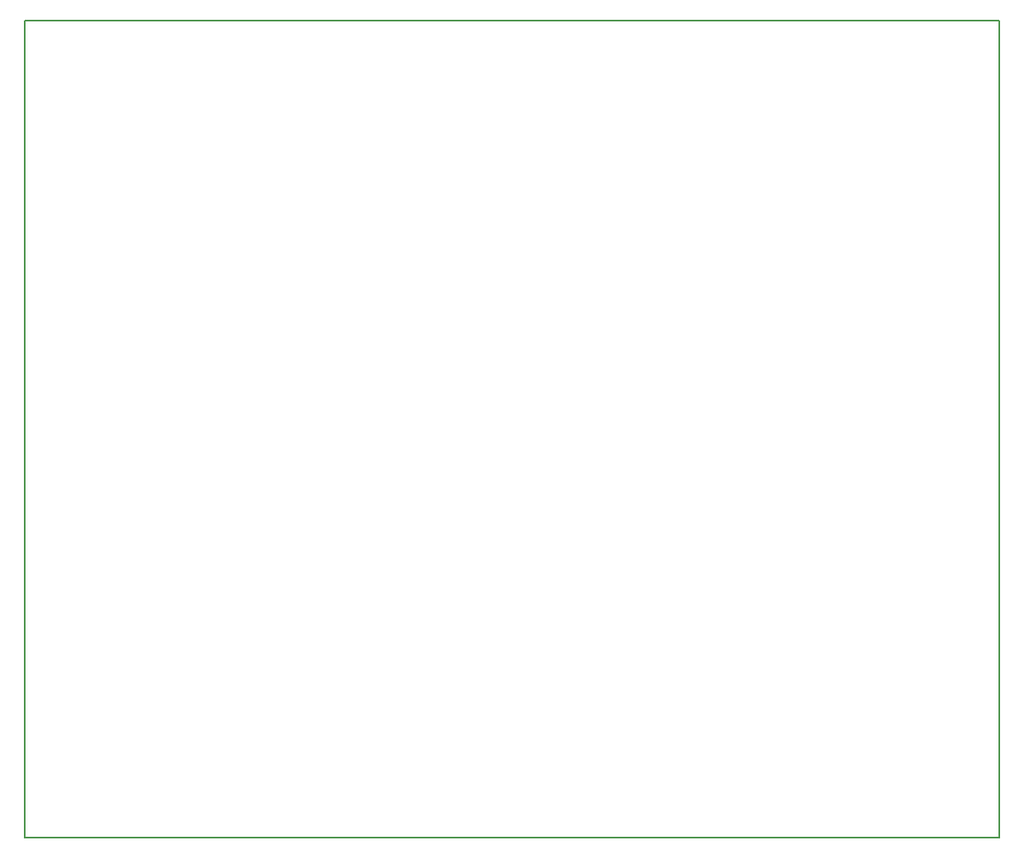
<source format=gbr>
G04 #@! TF.GenerationSoftware,KiCad,Pcbnew,(5.1.2)-2*
G04 #@! TF.CreationDate,2019-07-23T00:55:25+01:00*
G04 #@! TF.ProjectId,crossover,63726f73-736f-4766-9572-2e6b69636164,rev?*
G04 #@! TF.SameCoordinates,PX30a32c0PY7829b80*
G04 #@! TF.FileFunction,Profile,NP*
%FSLAX46Y46*%
G04 Gerber Fmt 4.6, Leading zero omitted, Abs format (unit mm)*
G04 Created by KiCad (PCBNEW (5.1.2)-2) date 2019-07-23 00:55:25*
%MOMM*%
%LPD*%
G04 APERTURE LIST*
%ADD10C,0.150000*%
G04 APERTURE END LIST*
D10*
X0Y0D02*
X0Y7000000D01*
X100000000Y0D02*
X0Y0D01*
X100000000Y7000000D02*
X100000000Y0D01*
X100000000Y84000000D02*
X100000000Y77000000D01*
X0Y84000000D02*
X100000000Y84000000D01*
X0Y77000000D02*
X0Y84000000D01*
X0Y77000000D02*
X0Y76000000D01*
X100000000Y76000000D02*
X100000000Y77000000D01*
X100000000Y7000000D02*
X100000000Y10000000D01*
X0Y10000000D02*
X0Y7000000D01*
X0Y76000000D02*
X0Y10000000D01*
X100000000Y10000000D02*
X100000000Y76000000D01*
M02*

</source>
